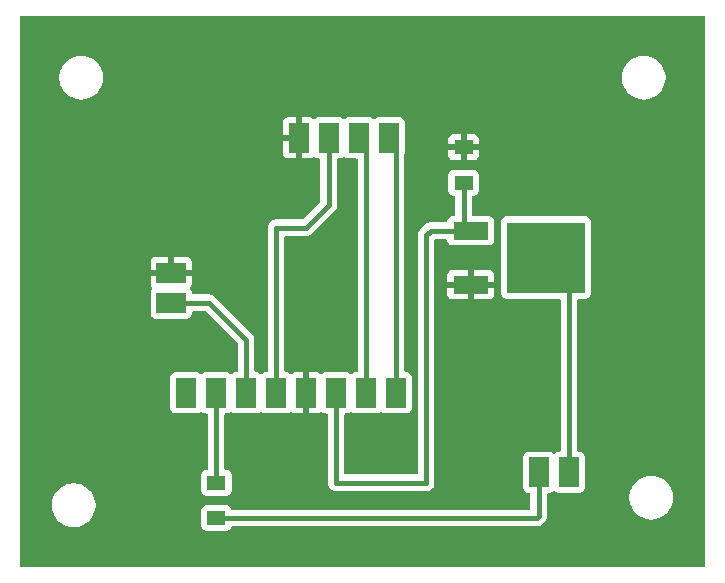
<source format=gbr>
%TF.GenerationSoftware,KiCad,Pcbnew,9.0.5*%
%TF.CreationDate,2025-12-10T20:41:00-05:00*%
%TF.ProjectId,lid_board,6c69645f-626f-4617-9264-2e6b69636164,rev?*%
%TF.SameCoordinates,Original*%
%TF.FileFunction,Copper,L1,Top*%
%TF.FilePolarity,Positive*%
%FSLAX46Y46*%
G04 Gerber Fmt 4.6, Leading zero omitted, Abs format (unit mm)*
G04 Created by KiCad (PCBNEW 9.0.5) date 2025-12-10 20:41:00*
%MOMM*%
%LPD*%
G01*
G04 APERTURE LIST*
%TA.AperFunction,SMDPad,CuDef*%
%ADD10R,1.700000X2.500000*%
%TD*%
%TA.AperFunction,SMDPad,CuDef*%
%ADD11R,2.500000X1.700000*%
%TD*%
%TA.AperFunction,SMDPad,CuDef*%
%ADD12R,3.000000X1.500000*%
%TD*%
%TA.AperFunction,SMDPad,CuDef*%
%ADD13R,6.600000X6.000000*%
%TD*%
%TA.AperFunction,SMDPad,CuDef*%
%ADD14R,1.600000X1.200000*%
%TD*%
%TA.AperFunction,Conductor*%
%ADD15C,0.400000*%
%TD*%
G04 APERTURE END LIST*
D10*
%TO.P,J2,1,Pin_1*%
%TO.N,/Gnd*%
X134620000Y-88265000D03*
%TO.P,J2,2,Pin_2*%
%TO.N,PWR_3V3*%
X137160000Y-88265000D03*
%TO.P,J2,3,Pin_3*%
%TO.N,/OLED_SCL*%
X139700000Y-88265000D03*
%TO.P,J2,4,Pin_4*%
%TO.N,/OLED_SDA*%
X142240000Y-88265000D03*
%TD*%
%TO.P,LS1,1,1*%
%TO.N,/5V*%
X154960000Y-116600000D03*
%TO.P,LS1,2,2*%
%TO.N,Net-(Q1-D)*%
X157500000Y-116600000D03*
%TD*%
%TO.P,J1,1,Pin_1*%
%TO.N,/OLED_SDA*%
X142875000Y-109855000D03*
%TO.P,J1,2,Pin_2*%
%TO.N,/OLED_SCL*%
X140335000Y-109855000D03*
%TO.P,J1,3,Pin_3*%
%TO.N,/BUZZ_SIG*%
X137795000Y-109855000D03*
%TO.P,J1,4,Pin_4*%
%TO.N,/Gnd*%
X135255000Y-109855000D03*
%TO.P,J1,5,Pin_5*%
%TO.N,PWR_3V3*%
X132715000Y-109855000D03*
%TO.P,J1,6,Pin_6*%
%TO.N,/LED_PWR*%
X130175000Y-109855000D03*
%TO.P,J1,7,Pin_7*%
%TO.N,/5V*%
X127635000Y-109855000D03*
%TO.P,J1,8,Pin_8*%
%TO.N,unconnected-(J1-Pin_8-Pad8)*%
X125095000Y-109855000D03*
%TD*%
D11*
%TO.P,J3,1,Pin_1*%
%TO.N,/LED_PWR*%
X123825000Y-102235000D03*
%TO.P,J3,2,Pin_2*%
%TO.N,/Gnd*%
X123825000Y-99695000D03*
%TD*%
D12*
%TO.P,Q1,1,G*%
%TO.N,/BUZZ_SIG*%
X149175000Y-96145000D03*
D13*
%TO.P,Q1,2,D*%
%TO.N,Net-(Q1-D)*%
X155575000Y-98425000D03*
D12*
%TO.P,Q1,3,S*%
%TO.N,/Gnd*%
X149175000Y-100705000D03*
%TD*%
D14*
%TO.P,R1,1*%
%TO.N,/BUZZ_SIG*%
X148590000Y-92075000D03*
%TO.P,R1,2*%
%TO.N,/Gnd*%
X148589998Y-89075000D03*
%TD*%
%TO.P,R2,1*%
%TO.N,/5V*%
X127635000Y-120475000D03*
%TO.P,R2,2*%
X127635000Y-117475000D03*
%TD*%
D15*
%TO.N,/5V*%
X154940000Y-116620000D02*
X154960000Y-116600000D01*
X154940000Y-120300000D02*
X154940000Y-116620000D01*
X127635000Y-117475000D02*
X127635000Y-109855000D01*
X154765000Y-120475000D02*
X154940000Y-120300000D01*
X127635000Y-120475000D02*
X154765000Y-120475000D01*
%TO.N,/BUZZ_SIG*%
X137795000Y-109855000D02*
X137795000Y-117475000D01*
X148590000Y-95560000D02*
X149175000Y-96145000D01*
X145790000Y-96145000D02*
X149175000Y-96145000D01*
X137795000Y-117475000D02*
X145415000Y-117475000D01*
X145415000Y-96520000D02*
X145790000Y-96145000D01*
X145415000Y-117475000D02*
X145415000Y-96520000D01*
X148590000Y-92075000D02*
X148590000Y-95560000D01*
X149175000Y-96145000D02*
X149175000Y-95935000D01*
%TO.N,/OLED_SCL*%
X140335000Y-109855000D02*
X140335000Y-88900000D01*
X140335000Y-88900000D02*
X139700000Y-88265000D01*
%TO.N,/LED_PWR*%
X127000000Y-102235000D02*
X130175000Y-105410000D01*
X123825000Y-102235000D02*
X127000000Y-102235000D01*
X130175000Y-105410000D02*
X130175000Y-109855000D01*
%TO.N,/OLED_SDA*%
X142875000Y-88900000D02*
X142240000Y-88265000D01*
X142875000Y-109855000D02*
X142875000Y-88900000D01*
%TO.N,PWR_3V3*%
X132715000Y-109855000D02*
X132715000Y-95885000D01*
X132715000Y-95885000D02*
X135255000Y-95885000D01*
X135255000Y-95885000D02*
X137160000Y-93980000D01*
X137160000Y-93980000D02*
X137160000Y-88265000D01*
%TO.N,/Gnd*%
X145415000Y-80645000D02*
X148589998Y-83819998D01*
X123825000Y-99695000D02*
X127000000Y-99695000D01*
X127000000Y-99695000D02*
X127000000Y-93980000D01*
X123825000Y-99695000D02*
X116271000Y-99695000D01*
X134620000Y-92075000D02*
X134620000Y-88265000D01*
X127000000Y-93980000D02*
X128905000Y-92075000D01*
X121285000Y-118745000D02*
X135255000Y-118745000D01*
X148589998Y-83819998D02*
X148589998Y-89075000D01*
X133985000Y-88265000D02*
X134620000Y-88265000D01*
X135255000Y-109855000D02*
X135255000Y-118745000D01*
X135255000Y-118745000D02*
X146685000Y-118745000D01*
X146685000Y-118745000D02*
X146685000Y-100705000D01*
X116271000Y-99695000D02*
X116271000Y-113731000D01*
X134620000Y-80645000D02*
X145415000Y-80645000D01*
X146685000Y-100705000D02*
X149175000Y-100705000D01*
X134620000Y-88265000D02*
X134620000Y-80645000D01*
X116271000Y-113731000D02*
X121285000Y-118745000D01*
X128905000Y-92075000D02*
X134620000Y-92075000D01*
%TO.N,Net-(Q1-D)*%
X157500000Y-116600000D02*
X157500000Y-100350000D01*
X157500000Y-100350000D02*
X155575000Y-98425000D01*
%TD*%
%TA.AperFunction,Conductor*%
%TO.N,/Gnd*%
G36*
X168987539Y-77990185D02*
G01*
X169033294Y-78042989D01*
X169044500Y-78094500D01*
X169044500Y-124470500D01*
X169024815Y-124537539D01*
X168972011Y-124583294D01*
X168920500Y-124594500D01*
X111114500Y-124594500D01*
X111047461Y-124574815D01*
X111001706Y-124522011D01*
X110990500Y-124470500D01*
X110990500Y-119258711D01*
X113719500Y-119258711D01*
X113719500Y-119501288D01*
X113744848Y-119693833D01*
X113751162Y-119741789D01*
X113764539Y-119791711D01*
X113813947Y-119976104D01*
X113881529Y-120139260D01*
X113906776Y-120200212D01*
X114028064Y-120410289D01*
X114028066Y-120410292D01*
X114028067Y-120410293D01*
X114175733Y-120602736D01*
X114175739Y-120602743D01*
X114347256Y-120774260D01*
X114347262Y-120774265D01*
X114539711Y-120921936D01*
X114749788Y-121043224D01*
X114973900Y-121136054D01*
X115208211Y-121198838D01*
X115388586Y-121222584D01*
X115448711Y-121230500D01*
X115448712Y-121230500D01*
X115691289Y-121230500D01*
X115739388Y-121224167D01*
X115931789Y-121198838D01*
X116166100Y-121136054D01*
X116390212Y-121043224D01*
X116600289Y-120921936D01*
X116792738Y-120774265D01*
X116964265Y-120602738D01*
X117111936Y-120410289D01*
X117233224Y-120200212D01*
X117326054Y-119976100D01*
X117365969Y-119827135D01*
X126334500Y-119827135D01*
X126334500Y-121122870D01*
X126334501Y-121122876D01*
X126340908Y-121182483D01*
X126391202Y-121317328D01*
X126391206Y-121317335D01*
X126477452Y-121432544D01*
X126477455Y-121432547D01*
X126592664Y-121518793D01*
X126592671Y-121518797D01*
X126727517Y-121569091D01*
X126727516Y-121569091D01*
X126734444Y-121569835D01*
X126787127Y-121575500D01*
X128482872Y-121575499D01*
X128542483Y-121569091D01*
X128677331Y-121518796D01*
X128792546Y-121432546D01*
X128878796Y-121317331D01*
X128901609Y-121256167D01*
X128943480Y-121200233D01*
X129008944Y-121175816D01*
X129017791Y-121175500D01*
X154833996Y-121175500D01*
X154925040Y-121157389D01*
X154969328Y-121148580D01*
X155033069Y-121122177D01*
X155096807Y-121095777D01*
X155096808Y-121095776D01*
X155096811Y-121095775D01*
X155211543Y-121019114D01*
X155484113Y-120746543D01*
X155560774Y-120631812D01*
X155560775Y-120631811D01*
X155613580Y-120504328D01*
X155632696Y-120408226D01*
X155640500Y-120368995D01*
X155640500Y-118623711D01*
X162614500Y-118623711D01*
X162614500Y-118866288D01*
X162646161Y-119106785D01*
X162708947Y-119341104D01*
X162725435Y-119380909D01*
X162801776Y-119565212D01*
X162923064Y-119775289D01*
X162923066Y-119775292D01*
X162923067Y-119775293D01*
X163070733Y-119967736D01*
X163070739Y-119967743D01*
X163242256Y-120139260D01*
X163242262Y-120139265D01*
X163434711Y-120286936D01*
X163644788Y-120408224D01*
X163868900Y-120501054D01*
X164103211Y-120563838D01*
X164283586Y-120587584D01*
X164343711Y-120595500D01*
X164343712Y-120595500D01*
X164586289Y-120595500D01*
X164634388Y-120589167D01*
X164826789Y-120563838D01*
X165061100Y-120501054D01*
X165285212Y-120408224D01*
X165495289Y-120286936D01*
X165687738Y-120139265D01*
X165859265Y-119967738D01*
X166006936Y-119775289D01*
X166128224Y-119565212D01*
X166221054Y-119341100D01*
X166283838Y-119106789D01*
X166315500Y-118866288D01*
X166315500Y-118623712D01*
X166283838Y-118383211D01*
X166221054Y-118148900D01*
X166220921Y-118148580D01*
X166167294Y-118019111D01*
X166128224Y-117924788D01*
X166006936Y-117714711D01*
X165946018Y-117635321D01*
X165859266Y-117522263D01*
X165859260Y-117522256D01*
X165687743Y-117350739D01*
X165687736Y-117350733D01*
X165495293Y-117203067D01*
X165495292Y-117203066D01*
X165495289Y-117203064D01*
X165285212Y-117081776D01*
X165285205Y-117081773D01*
X165061104Y-116988947D01*
X164826785Y-116926161D01*
X164586289Y-116894500D01*
X164586288Y-116894500D01*
X164343712Y-116894500D01*
X164343711Y-116894500D01*
X164103214Y-116926161D01*
X163868895Y-116988947D01*
X163644794Y-117081773D01*
X163644785Y-117081777D01*
X163434706Y-117203067D01*
X163242263Y-117350733D01*
X163242256Y-117350739D01*
X163070739Y-117522256D01*
X163070733Y-117522263D01*
X162923067Y-117714706D01*
X162801777Y-117924785D01*
X162801773Y-117924794D01*
X162708947Y-118148895D01*
X162646161Y-118383214D01*
X162614500Y-118623711D01*
X155640500Y-118623711D01*
X155640500Y-118474499D01*
X155660185Y-118407460D01*
X155712989Y-118361705D01*
X155764500Y-118350499D01*
X155857871Y-118350499D01*
X155857872Y-118350499D01*
X155917483Y-118344091D01*
X156052331Y-118293796D01*
X156155690Y-118216421D01*
X156221152Y-118192004D01*
X156289425Y-118206855D01*
X156304303Y-118216416D01*
X156407665Y-118293793D01*
X156407668Y-118293795D01*
X156407671Y-118293797D01*
X156542517Y-118344091D01*
X156542516Y-118344091D01*
X156549444Y-118344835D01*
X156602127Y-118350500D01*
X158397872Y-118350499D01*
X158457483Y-118344091D01*
X158592331Y-118293796D01*
X158707546Y-118207546D01*
X158793796Y-118092331D01*
X158844091Y-117957483D01*
X158850500Y-117897873D01*
X158850499Y-115302128D01*
X158844091Y-115242517D01*
X158793796Y-115107669D01*
X158793795Y-115107668D01*
X158793793Y-115107664D01*
X158707547Y-114992455D01*
X158707544Y-114992452D01*
X158592335Y-114906206D01*
X158592328Y-114906202D01*
X158457482Y-114855908D01*
X158457483Y-114855908D01*
X158397883Y-114849501D01*
X158397881Y-114849500D01*
X158397873Y-114849500D01*
X158397865Y-114849500D01*
X158324500Y-114849500D01*
X158257461Y-114829815D01*
X158211706Y-114777011D01*
X158200500Y-114725500D01*
X158200500Y-102049499D01*
X158220185Y-101982460D01*
X158272989Y-101936705D01*
X158324500Y-101925499D01*
X158922871Y-101925499D01*
X158922872Y-101925499D01*
X158982483Y-101919091D01*
X159117331Y-101868796D01*
X159232546Y-101782546D01*
X159318796Y-101667331D01*
X159369091Y-101532483D01*
X159375500Y-101472873D01*
X159375499Y-95377128D01*
X159369091Y-95317517D01*
X159357901Y-95287516D01*
X159318797Y-95182671D01*
X159318793Y-95182664D01*
X159232547Y-95067455D01*
X159232544Y-95067452D01*
X159117335Y-94981206D01*
X159117328Y-94981202D01*
X158982482Y-94930908D01*
X158982483Y-94930908D01*
X158922883Y-94924501D01*
X158922881Y-94924500D01*
X158922873Y-94924500D01*
X158922864Y-94924500D01*
X152227129Y-94924500D01*
X152227123Y-94924501D01*
X152167516Y-94930908D01*
X152032671Y-94981202D01*
X152032664Y-94981206D01*
X151917455Y-95067452D01*
X151917452Y-95067455D01*
X151831206Y-95182664D01*
X151831202Y-95182671D01*
X151780908Y-95317517D01*
X151777725Y-95347127D01*
X151774501Y-95377123D01*
X151774500Y-95377135D01*
X151774500Y-101472870D01*
X151774501Y-101472876D01*
X151780908Y-101532483D01*
X151831202Y-101667328D01*
X151831206Y-101667335D01*
X151917452Y-101782544D01*
X151917455Y-101782547D01*
X152032664Y-101868793D01*
X152032671Y-101868797D01*
X152167517Y-101919091D01*
X152167516Y-101919091D01*
X152174444Y-101919835D01*
X152227127Y-101925500D01*
X156675500Y-101925499D01*
X156742539Y-101945184D01*
X156788294Y-101997988D01*
X156799500Y-102049499D01*
X156799500Y-114725500D01*
X156779815Y-114792539D01*
X156727011Y-114838294D01*
X156675502Y-114849500D01*
X156602130Y-114849500D01*
X156602123Y-114849501D01*
X156542516Y-114855908D01*
X156407671Y-114906202D01*
X156407669Y-114906203D01*
X156304311Y-114983578D01*
X156238847Y-115007995D01*
X156170574Y-114993144D01*
X156155689Y-114983578D01*
X156052330Y-114906203D01*
X156052328Y-114906202D01*
X155917482Y-114855908D01*
X155917483Y-114855908D01*
X155857883Y-114849501D01*
X155857881Y-114849500D01*
X155857873Y-114849500D01*
X155857864Y-114849500D01*
X154062129Y-114849500D01*
X154062123Y-114849501D01*
X154002516Y-114855908D01*
X153867671Y-114906202D01*
X153867664Y-114906206D01*
X153752455Y-114992452D01*
X153752452Y-114992455D01*
X153666206Y-115107664D01*
X153666202Y-115107671D01*
X153615908Y-115242517D01*
X153609501Y-115302116D01*
X153609501Y-115302123D01*
X153609500Y-115302135D01*
X153609500Y-117897870D01*
X153609501Y-117897876D01*
X153615908Y-117957483D01*
X153666202Y-118092328D01*
X153666206Y-118092335D01*
X153752452Y-118207544D01*
X153752455Y-118207547D01*
X153867664Y-118293793D01*
X153867671Y-118293797D01*
X153912618Y-118310561D01*
X154002517Y-118344091D01*
X154062127Y-118350500D01*
X154115500Y-118350499D01*
X154182538Y-118370182D01*
X154228293Y-118422986D01*
X154239500Y-118474499D01*
X154239500Y-119650500D01*
X154219815Y-119717539D01*
X154167011Y-119763294D01*
X154115500Y-119774500D01*
X129017791Y-119774500D01*
X128950752Y-119754815D01*
X128904997Y-119702011D01*
X128901609Y-119693833D01*
X128878797Y-119632671D01*
X128878793Y-119632664D01*
X128792547Y-119517455D01*
X128792544Y-119517452D01*
X128677335Y-119431206D01*
X128677328Y-119431202D01*
X128542482Y-119380908D01*
X128542483Y-119380908D01*
X128482883Y-119374501D01*
X128482881Y-119374500D01*
X128482873Y-119374500D01*
X128482864Y-119374500D01*
X126787129Y-119374500D01*
X126787123Y-119374501D01*
X126727516Y-119380908D01*
X126592671Y-119431202D01*
X126592664Y-119431206D01*
X126477455Y-119517452D01*
X126477452Y-119517455D01*
X126391206Y-119632664D01*
X126391202Y-119632671D01*
X126340908Y-119767517D01*
X126334501Y-119827116D01*
X126334500Y-119827135D01*
X117365969Y-119827135D01*
X117388838Y-119741789D01*
X117420500Y-119501288D01*
X117420500Y-119258712D01*
X117388838Y-119018211D01*
X117326054Y-118783900D01*
X117233224Y-118559788D01*
X117111936Y-118349711D01*
X117002319Y-118206855D01*
X116964266Y-118157263D01*
X116964260Y-118157256D01*
X116792743Y-117985739D01*
X116792736Y-117985733D01*
X116600293Y-117838067D01*
X116600292Y-117838066D01*
X116600289Y-117838064D01*
X116390212Y-117716776D01*
X116385215Y-117714706D01*
X116166104Y-117623947D01*
X115931785Y-117561161D01*
X115691289Y-117529500D01*
X115691288Y-117529500D01*
X115448712Y-117529500D01*
X115448711Y-117529500D01*
X115208214Y-117561161D01*
X114973895Y-117623947D01*
X114749794Y-117716773D01*
X114749785Y-117716777D01*
X114539706Y-117838067D01*
X114347263Y-117985733D01*
X114347256Y-117985739D01*
X114175739Y-118157256D01*
X114175733Y-118157263D01*
X114028067Y-118349706D01*
X114028064Y-118349710D01*
X114028064Y-118349711D01*
X114021139Y-118361705D01*
X113906777Y-118559785D01*
X113906773Y-118559794D01*
X113813947Y-118783895D01*
X113751161Y-119018214D01*
X113719500Y-119258711D01*
X110990500Y-119258711D01*
X110990500Y-101337135D01*
X122074500Y-101337135D01*
X122074500Y-103132870D01*
X122074501Y-103132876D01*
X122080908Y-103192483D01*
X122131202Y-103327328D01*
X122131206Y-103327335D01*
X122217452Y-103442544D01*
X122217455Y-103442547D01*
X122332664Y-103528793D01*
X122332671Y-103528797D01*
X122467517Y-103579091D01*
X122467516Y-103579091D01*
X122474444Y-103579835D01*
X122527127Y-103585500D01*
X125122872Y-103585499D01*
X125182483Y-103579091D01*
X125317331Y-103528796D01*
X125432546Y-103442546D01*
X125518796Y-103327331D01*
X125569091Y-103192483D01*
X125575500Y-103132873D01*
X125575500Y-103059500D01*
X125595185Y-102992461D01*
X125647989Y-102946706D01*
X125699500Y-102935500D01*
X126658481Y-102935500D01*
X126725520Y-102955185D01*
X126746162Y-102971819D01*
X129438181Y-105663838D01*
X129471666Y-105725161D01*
X129474500Y-105751519D01*
X129474500Y-107980500D01*
X129454815Y-108047539D01*
X129402011Y-108093294D01*
X129350502Y-108104500D01*
X129277130Y-108104500D01*
X129277123Y-108104501D01*
X129217516Y-108110908D01*
X129082671Y-108161202D01*
X129082669Y-108161203D01*
X128979311Y-108238578D01*
X128913847Y-108262995D01*
X128845574Y-108248144D01*
X128830689Y-108238578D01*
X128727330Y-108161203D01*
X128727328Y-108161202D01*
X128592482Y-108110908D01*
X128592483Y-108110908D01*
X128532883Y-108104501D01*
X128532881Y-108104500D01*
X128532873Y-108104500D01*
X128532864Y-108104500D01*
X126737129Y-108104500D01*
X126737123Y-108104501D01*
X126677516Y-108110908D01*
X126542671Y-108161202D01*
X126542669Y-108161203D01*
X126439311Y-108238578D01*
X126373847Y-108262995D01*
X126305574Y-108248144D01*
X126290689Y-108238578D01*
X126187330Y-108161203D01*
X126187328Y-108161202D01*
X126052482Y-108110908D01*
X126052483Y-108110908D01*
X125992883Y-108104501D01*
X125992881Y-108104500D01*
X125992873Y-108104500D01*
X125992864Y-108104500D01*
X124197129Y-108104500D01*
X124197123Y-108104501D01*
X124137516Y-108110908D01*
X124002671Y-108161202D01*
X124002664Y-108161206D01*
X123887455Y-108247452D01*
X123887452Y-108247455D01*
X123801206Y-108362664D01*
X123801202Y-108362671D01*
X123750908Y-108497517D01*
X123744501Y-108557116D01*
X123744501Y-108557123D01*
X123744500Y-108557135D01*
X123744500Y-111152870D01*
X123744501Y-111152876D01*
X123750908Y-111212483D01*
X123801202Y-111347328D01*
X123801206Y-111347335D01*
X123887452Y-111462544D01*
X123887455Y-111462547D01*
X124002664Y-111548793D01*
X124002671Y-111548797D01*
X124137517Y-111599091D01*
X124137516Y-111599091D01*
X124144444Y-111599835D01*
X124197127Y-111605500D01*
X125992872Y-111605499D01*
X126052483Y-111599091D01*
X126187331Y-111548796D01*
X126290690Y-111471421D01*
X126356152Y-111447004D01*
X126424425Y-111461855D01*
X126439303Y-111471416D01*
X126542076Y-111548352D01*
X126542668Y-111548795D01*
X126542671Y-111548797D01*
X126587618Y-111565561D01*
X126677517Y-111599091D01*
X126737127Y-111605500D01*
X126810500Y-111605499D01*
X126877538Y-111625183D01*
X126923294Y-111677986D01*
X126934500Y-111729499D01*
X126934500Y-116250500D01*
X126914815Y-116317539D01*
X126862011Y-116363294D01*
X126810505Y-116374500D01*
X126787132Y-116374500D01*
X126787123Y-116374501D01*
X126727516Y-116380908D01*
X126592671Y-116431202D01*
X126592664Y-116431206D01*
X126477455Y-116517452D01*
X126477452Y-116517455D01*
X126391206Y-116632664D01*
X126391202Y-116632671D01*
X126340908Y-116767517D01*
X126334501Y-116827116D01*
X126334501Y-116827123D01*
X126334500Y-116827135D01*
X126334500Y-118122870D01*
X126334501Y-118122876D01*
X126340908Y-118182483D01*
X126391202Y-118317328D01*
X126391206Y-118317335D01*
X126477452Y-118432544D01*
X126477455Y-118432547D01*
X126592664Y-118518793D01*
X126592671Y-118518797D01*
X126727517Y-118569091D01*
X126727516Y-118569091D01*
X126734444Y-118569835D01*
X126787127Y-118575500D01*
X128482872Y-118575499D01*
X128542483Y-118569091D01*
X128677331Y-118518796D01*
X128792546Y-118432546D01*
X128878796Y-118317331D01*
X128929091Y-118182483D01*
X128935500Y-118122873D01*
X128935499Y-116827128D01*
X128929091Y-116767517D01*
X128924353Y-116754815D01*
X128878797Y-116632671D01*
X128878793Y-116632664D01*
X128792547Y-116517455D01*
X128792544Y-116517452D01*
X128677335Y-116431206D01*
X128677328Y-116431202D01*
X128542482Y-116380908D01*
X128542483Y-116380908D01*
X128482883Y-116374501D01*
X128482881Y-116374500D01*
X128482873Y-116374500D01*
X128482865Y-116374500D01*
X128459500Y-116374500D01*
X128392461Y-116354815D01*
X128346706Y-116302011D01*
X128335500Y-116250500D01*
X128335500Y-111729499D01*
X128355185Y-111662460D01*
X128407989Y-111616705D01*
X128459500Y-111605499D01*
X128532871Y-111605499D01*
X128532872Y-111605499D01*
X128592483Y-111599091D01*
X128727331Y-111548796D01*
X128830690Y-111471421D01*
X128896152Y-111447004D01*
X128964425Y-111461855D01*
X128979303Y-111471416D01*
X129082076Y-111548352D01*
X129082668Y-111548795D01*
X129082671Y-111548797D01*
X129217517Y-111599091D01*
X129217516Y-111599091D01*
X129224444Y-111599835D01*
X129277127Y-111605500D01*
X131072872Y-111605499D01*
X131132483Y-111599091D01*
X131267331Y-111548796D01*
X131370690Y-111471421D01*
X131436152Y-111447004D01*
X131504425Y-111461855D01*
X131519303Y-111471416D01*
X131622076Y-111548352D01*
X131622668Y-111548795D01*
X131622671Y-111548797D01*
X131757517Y-111599091D01*
X131757516Y-111599091D01*
X131764444Y-111599835D01*
X131817127Y-111605500D01*
X133612872Y-111605499D01*
X133672483Y-111599091D01*
X133807331Y-111548796D01*
X133911106Y-111471109D01*
X133976570Y-111446692D01*
X134044843Y-111461543D01*
X134059729Y-111471110D01*
X134162910Y-111548352D01*
X134162913Y-111548354D01*
X134297620Y-111598596D01*
X134297627Y-111598598D01*
X134357155Y-111604999D01*
X134357172Y-111605000D01*
X135005000Y-111605000D01*
X135005000Y-108105000D01*
X134357155Y-108105000D01*
X134297627Y-108111401D01*
X134297620Y-108111403D01*
X134162913Y-108161645D01*
X134162910Y-108161647D01*
X134059727Y-108238890D01*
X133994262Y-108263307D01*
X133925989Y-108248455D01*
X133911105Y-108238889D01*
X133807335Y-108161206D01*
X133807328Y-108161202D01*
X133672482Y-108110908D01*
X133672483Y-108110908D01*
X133612883Y-108104501D01*
X133612881Y-108104500D01*
X133612873Y-108104500D01*
X133612865Y-108104500D01*
X133539500Y-108104500D01*
X133472461Y-108084815D01*
X133426706Y-108032011D01*
X133415500Y-107980500D01*
X133415500Y-96709500D01*
X133435185Y-96642461D01*
X133487989Y-96596706D01*
X133539500Y-96585500D01*
X135323996Y-96585500D01*
X135415040Y-96567389D01*
X135459328Y-96558580D01*
X135523069Y-96532177D01*
X135586807Y-96505777D01*
X135586808Y-96505776D01*
X135586811Y-96505775D01*
X135701543Y-96429114D01*
X137704114Y-94426543D01*
X137780775Y-94311811D01*
X137833580Y-94184328D01*
X137860500Y-94048994D01*
X137860500Y-93911006D01*
X137860500Y-90139499D01*
X137880185Y-90072460D01*
X137932989Y-90026705D01*
X137984500Y-90015499D01*
X138057871Y-90015499D01*
X138057872Y-90015499D01*
X138117483Y-90009091D01*
X138252331Y-89958796D01*
X138355690Y-89881421D01*
X138421152Y-89857004D01*
X138489425Y-89871855D01*
X138504303Y-89881416D01*
X138607076Y-89958352D01*
X138607668Y-89958795D01*
X138607671Y-89958797D01*
X138742517Y-90009091D01*
X138742516Y-90009091D01*
X138749444Y-90009835D01*
X138802127Y-90015500D01*
X139510500Y-90015499D01*
X139577539Y-90035183D01*
X139623294Y-90087987D01*
X139634500Y-90139499D01*
X139634500Y-107980500D01*
X139614815Y-108047539D01*
X139562011Y-108093294D01*
X139510502Y-108104500D01*
X139437130Y-108104500D01*
X139437123Y-108104501D01*
X139377516Y-108110908D01*
X139242671Y-108161202D01*
X139242669Y-108161203D01*
X139139311Y-108238578D01*
X139073847Y-108262995D01*
X139005574Y-108248144D01*
X138990689Y-108238578D01*
X138887330Y-108161203D01*
X138887328Y-108161202D01*
X138752482Y-108110908D01*
X138752483Y-108110908D01*
X138692883Y-108104501D01*
X138692881Y-108104500D01*
X138692873Y-108104500D01*
X138692864Y-108104500D01*
X136897129Y-108104500D01*
X136897123Y-108104501D01*
X136837516Y-108110908D01*
X136702671Y-108161202D01*
X136702669Y-108161204D01*
X136598894Y-108238890D01*
X136533430Y-108263307D01*
X136465157Y-108248456D01*
X136450272Y-108238890D01*
X136347088Y-108161646D01*
X136347086Y-108161645D01*
X136212379Y-108111403D01*
X136212372Y-108111401D01*
X136152844Y-108105000D01*
X135505000Y-108105000D01*
X135505000Y-111605000D01*
X136152828Y-111605000D01*
X136152844Y-111604999D01*
X136212372Y-111598598D01*
X136212379Y-111598596D01*
X136347086Y-111548354D01*
X136347089Y-111548352D01*
X136450271Y-111471110D01*
X136515735Y-111446692D01*
X136584008Y-111461543D01*
X136598888Y-111471105D01*
X136702076Y-111548352D01*
X136702668Y-111548795D01*
X136702671Y-111548797D01*
X136747618Y-111565561D01*
X136837517Y-111599091D01*
X136897127Y-111605500D01*
X136970500Y-111605499D01*
X137037538Y-111625183D01*
X137083294Y-111677986D01*
X137094500Y-111729499D01*
X137094500Y-117406007D01*
X137094500Y-117543993D01*
X137094500Y-117543995D01*
X137094499Y-117543995D01*
X137121418Y-117679322D01*
X137121421Y-117679332D01*
X137174221Y-117806804D01*
X137174228Y-117806817D01*
X137250885Y-117921541D01*
X137250888Y-117921545D01*
X137348454Y-118019111D01*
X137348458Y-118019114D01*
X137463182Y-118095771D01*
X137463195Y-118095778D01*
X137531615Y-118124118D01*
X137590672Y-118148580D01*
X137590676Y-118148580D01*
X137590677Y-118148581D01*
X137726004Y-118175500D01*
X137726007Y-118175500D01*
X145483995Y-118175500D01*
X145575711Y-118157256D01*
X145619328Y-118148580D01*
X145746811Y-118095775D01*
X145861542Y-118019114D01*
X145959114Y-117921542D01*
X146035775Y-117806811D01*
X146088580Y-117679328D01*
X146115500Y-117543993D01*
X146115500Y-101502844D01*
X147175000Y-101502844D01*
X147181401Y-101562372D01*
X147181403Y-101562379D01*
X147231645Y-101697086D01*
X147231649Y-101697093D01*
X147317809Y-101812187D01*
X147317812Y-101812190D01*
X147432906Y-101898350D01*
X147432913Y-101898354D01*
X147567620Y-101948596D01*
X147567627Y-101948598D01*
X147627155Y-101954999D01*
X147627172Y-101955000D01*
X148925000Y-101955000D01*
X149425000Y-101955000D01*
X150722828Y-101955000D01*
X150722844Y-101954999D01*
X150782372Y-101948598D01*
X150782379Y-101948596D01*
X150917086Y-101898354D01*
X150917093Y-101898350D01*
X151032187Y-101812190D01*
X151032190Y-101812187D01*
X151118350Y-101697093D01*
X151118354Y-101697086D01*
X151168596Y-101562379D01*
X151168598Y-101562372D01*
X151174999Y-101502844D01*
X151175000Y-101502827D01*
X151175000Y-100955000D01*
X149425000Y-100955000D01*
X149425000Y-101955000D01*
X148925000Y-101955000D01*
X148925000Y-100955000D01*
X147175000Y-100955000D01*
X147175000Y-101502844D01*
X146115500Y-101502844D01*
X146115500Y-99907155D01*
X147175000Y-99907155D01*
X147175000Y-100455000D01*
X148925000Y-100455000D01*
X149425000Y-100455000D01*
X151175000Y-100455000D01*
X151175000Y-99907172D01*
X151174999Y-99907155D01*
X151168598Y-99847627D01*
X151168596Y-99847620D01*
X151118354Y-99712913D01*
X151118350Y-99712906D01*
X151032190Y-99597812D01*
X151032187Y-99597809D01*
X150917093Y-99511649D01*
X150917086Y-99511645D01*
X150782379Y-99461403D01*
X150782372Y-99461401D01*
X150722844Y-99455000D01*
X149425000Y-99455000D01*
X149425000Y-100455000D01*
X148925000Y-100455000D01*
X148925000Y-99455000D01*
X147627155Y-99455000D01*
X147567627Y-99461401D01*
X147567620Y-99461403D01*
X147432913Y-99511645D01*
X147432906Y-99511649D01*
X147317812Y-99597809D01*
X147317809Y-99597812D01*
X147231649Y-99712906D01*
X147231645Y-99712913D01*
X147181403Y-99847620D01*
X147181401Y-99847627D01*
X147175000Y-99907155D01*
X146115500Y-99907155D01*
X146115500Y-96969500D01*
X146135185Y-96902461D01*
X146187989Y-96856706D01*
X146239500Y-96845500D01*
X147052649Y-96845500D01*
X147119688Y-96865185D01*
X147165443Y-96917989D01*
X147175939Y-96956248D01*
X147180908Y-97002483D01*
X147231202Y-97137328D01*
X147231206Y-97137335D01*
X147317452Y-97252544D01*
X147317455Y-97252547D01*
X147432664Y-97338793D01*
X147432671Y-97338797D01*
X147567517Y-97389091D01*
X147567516Y-97389091D01*
X147574444Y-97389835D01*
X147627127Y-97395500D01*
X150722872Y-97395499D01*
X150782483Y-97389091D01*
X150917331Y-97338796D01*
X151032546Y-97252546D01*
X151118796Y-97137331D01*
X151169091Y-97002483D01*
X151175500Y-96942873D01*
X151175499Y-95347128D01*
X151169091Y-95287517D01*
X151160402Y-95264221D01*
X151118797Y-95152671D01*
X151118793Y-95152664D01*
X151032547Y-95037455D01*
X151032544Y-95037452D01*
X150917335Y-94951206D01*
X150917328Y-94951202D01*
X150782482Y-94900908D01*
X150782483Y-94900908D01*
X150722883Y-94894501D01*
X150722881Y-94894500D01*
X150722873Y-94894500D01*
X150722865Y-94894500D01*
X149414500Y-94894500D01*
X149347461Y-94874815D01*
X149301706Y-94822011D01*
X149290500Y-94770500D01*
X149290500Y-93299499D01*
X149310185Y-93232460D01*
X149362989Y-93186705D01*
X149414500Y-93175499D01*
X149437871Y-93175499D01*
X149437872Y-93175499D01*
X149497483Y-93169091D01*
X149632331Y-93118796D01*
X149747546Y-93032546D01*
X149833796Y-92917331D01*
X149884091Y-92782483D01*
X149890500Y-92722873D01*
X149890499Y-91427128D01*
X149884091Y-91367517D01*
X149833796Y-91232669D01*
X149833795Y-91232668D01*
X149833793Y-91232664D01*
X149747547Y-91117455D01*
X149747544Y-91117452D01*
X149632335Y-91031206D01*
X149632328Y-91031202D01*
X149497482Y-90980908D01*
X149497483Y-90980908D01*
X149437883Y-90974501D01*
X149437881Y-90974500D01*
X149437873Y-90974500D01*
X149437864Y-90974500D01*
X147742129Y-90974500D01*
X147742123Y-90974501D01*
X147682516Y-90980908D01*
X147547671Y-91031202D01*
X147547664Y-91031206D01*
X147432455Y-91117452D01*
X147432452Y-91117455D01*
X147346206Y-91232664D01*
X147346202Y-91232671D01*
X147295908Y-91367517D01*
X147289501Y-91427116D01*
X147289501Y-91427123D01*
X147289500Y-91427135D01*
X147289500Y-92722870D01*
X147289501Y-92722876D01*
X147295908Y-92782483D01*
X147346202Y-92917328D01*
X147346206Y-92917335D01*
X147432452Y-93032544D01*
X147432455Y-93032547D01*
X147547664Y-93118793D01*
X147547671Y-93118797D01*
X147592618Y-93135561D01*
X147682517Y-93169091D01*
X147742127Y-93175500D01*
X147765497Y-93175499D01*
X147832536Y-93195181D01*
X147878292Y-93247983D01*
X147889500Y-93299499D01*
X147889500Y-94770500D01*
X147869815Y-94837539D01*
X147817011Y-94883294D01*
X147765501Y-94894500D01*
X147627130Y-94894500D01*
X147627123Y-94894501D01*
X147567516Y-94900908D01*
X147432671Y-94951202D01*
X147432664Y-94951206D01*
X147317455Y-95037452D01*
X147317452Y-95037455D01*
X147231206Y-95152664D01*
X147231202Y-95152671D01*
X147189596Y-95264225D01*
X147180909Y-95287517D01*
X147175937Y-95333757D01*
X147149201Y-95398306D01*
X147091809Y-95438154D01*
X147052649Y-95444500D01*
X145721004Y-95444500D01*
X145585677Y-95471418D01*
X145585667Y-95471421D01*
X145458192Y-95524222D01*
X145343454Y-95600887D01*
X144870887Y-96073454D01*
X144850402Y-96104114D01*
X144794228Y-96188182D01*
X144794221Y-96188195D01*
X144741421Y-96315667D01*
X144741418Y-96315677D01*
X144714500Y-96451004D01*
X144714500Y-116650500D01*
X144694815Y-116717539D01*
X144642011Y-116763294D01*
X144590500Y-116774500D01*
X138619500Y-116774500D01*
X138552461Y-116754815D01*
X138506706Y-116702011D01*
X138495500Y-116650500D01*
X138495500Y-111729499D01*
X138515185Y-111662460D01*
X138567989Y-111616705D01*
X138619500Y-111605499D01*
X138692871Y-111605499D01*
X138692872Y-111605499D01*
X138752483Y-111599091D01*
X138887331Y-111548796D01*
X138990690Y-111471421D01*
X139056152Y-111447004D01*
X139124425Y-111461855D01*
X139139303Y-111471416D01*
X139242076Y-111548352D01*
X139242668Y-111548795D01*
X139242671Y-111548797D01*
X139377517Y-111599091D01*
X139377516Y-111599091D01*
X139384444Y-111599835D01*
X139437127Y-111605500D01*
X141232872Y-111605499D01*
X141292483Y-111599091D01*
X141427331Y-111548796D01*
X141530690Y-111471421D01*
X141596152Y-111447004D01*
X141664425Y-111461855D01*
X141679303Y-111471416D01*
X141782076Y-111548352D01*
X141782668Y-111548795D01*
X141782671Y-111548797D01*
X141917517Y-111599091D01*
X141917516Y-111599091D01*
X141924444Y-111599835D01*
X141977127Y-111605500D01*
X143772872Y-111605499D01*
X143832483Y-111599091D01*
X143967331Y-111548796D01*
X144082546Y-111462546D01*
X144168796Y-111347331D01*
X144219091Y-111212483D01*
X144225500Y-111152873D01*
X144225499Y-108557128D01*
X144219091Y-108497517D01*
X144168796Y-108362669D01*
X144168795Y-108362668D01*
X144168793Y-108362664D01*
X144082547Y-108247455D01*
X144082544Y-108247452D01*
X143967335Y-108161206D01*
X143967328Y-108161202D01*
X143832482Y-108110908D01*
X143832483Y-108110908D01*
X143772883Y-108104501D01*
X143772881Y-108104500D01*
X143772873Y-108104500D01*
X143772865Y-108104500D01*
X143699500Y-108104500D01*
X143632461Y-108084815D01*
X143586706Y-108032011D01*
X143575500Y-107980500D01*
X143575500Y-89722844D01*
X147289998Y-89722844D01*
X147296399Y-89782372D01*
X147296401Y-89782379D01*
X147346643Y-89917086D01*
X147346647Y-89917093D01*
X147432807Y-90032187D01*
X147432810Y-90032190D01*
X147547904Y-90118350D01*
X147547911Y-90118354D01*
X147682618Y-90168596D01*
X147682625Y-90168598D01*
X147742153Y-90174999D01*
X147742170Y-90175000D01*
X148339998Y-90175000D01*
X148839998Y-90175000D01*
X149437826Y-90175000D01*
X149437842Y-90174999D01*
X149497370Y-90168598D01*
X149497377Y-90168596D01*
X149632084Y-90118354D01*
X149632091Y-90118350D01*
X149747185Y-90032190D01*
X149747188Y-90032187D01*
X149833348Y-89917093D01*
X149833352Y-89917086D01*
X149883594Y-89782379D01*
X149883596Y-89782372D01*
X149889997Y-89722844D01*
X149889998Y-89722827D01*
X149889998Y-89325000D01*
X148839998Y-89325000D01*
X148839998Y-90175000D01*
X148339998Y-90175000D01*
X148339998Y-89325000D01*
X147289998Y-89325000D01*
X147289998Y-89722844D01*
X143575500Y-89722844D01*
X143575500Y-89667887D01*
X143582329Y-89630036D01*
X143582307Y-89630031D01*
X143582406Y-89629612D01*
X143583319Y-89624552D01*
X143584091Y-89622483D01*
X143590500Y-89562873D01*
X143590499Y-88427155D01*
X147289998Y-88427155D01*
X147289998Y-88825000D01*
X148339998Y-88825000D01*
X148839998Y-88825000D01*
X149889998Y-88825000D01*
X149889998Y-88427172D01*
X149889997Y-88427155D01*
X149883596Y-88367627D01*
X149883594Y-88367620D01*
X149833352Y-88232913D01*
X149833348Y-88232906D01*
X149747188Y-88117812D01*
X149747185Y-88117809D01*
X149632091Y-88031649D01*
X149632084Y-88031645D01*
X149497377Y-87981403D01*
X149497370Y-87981401D01*
X149437842Y-87975000D01*
X148839998Y-87975000D01*
X148839998Y-88825000D01*
X148339998Y-88825000D01*
X148339998Y-87975000D01*
X147742153Y-87975000D01*
X147682625Y-87981401D01*
X147682618Y-87981403D01*
X147547911Y-88031645D01*
X147547904Y-88031649D01*
X147432810Y-88117809D01*
X147432807Y-88117812D01*
X147346647Y-88232906D01*
X147346643Y-88232913D01*
X147296401Y-88367620D01*
X147296399Y-88367627D01*
X147289998Y-88427155D01*
X143590499Y-88427155D01*
X143590499Y-88232913D01*
X143590499Y-86967129D01*
X143590498Y-86967123D01*
X143584091Y-86907516D01*
X143533797Y-86772671D01*
X143533793Y-86772664D01*
X143447547Y-86657455D01*
X143447544Y-86657452D01*
X143332335Y-86571206D01*
X143332328Y-86571202D01*
X143197482Y-86520908D01*
X143197483Y-86520908D01*
X143137883Y-86514501D01*
X143137881Y-86514500D01*
X143137873Y-86514500D01*
X143137864Y-86514500D01*
X141342129Y-86514500D01*
X141342123Y-86514501D01*
X141282516Y-86520908D01*
X141147671Y-86571202D01*
X141147669Y-86571203D01*
X141044311Y-86648578D01*
X140978847Y-86672995D01*
X140910574Y-86658144D01*
X140895689Y-86648578D01*
X140792330Y-86571203D01*
X140792328Y-86571202D01*
X140657482Y-86520908D01*
X140657483Y-86520908D01*
X140597883Y-86514501D01*
X140597881Y-86514500D01*
X140597873Y-86514500D01*
X140597864Y-86514500D01*
X138802129Y-86514500D01*
X138802123Y-86514501D01*
X138742516Y-86520908D01*
X138607671Y-86571202D01*
X138607669Y-86571203D01*
X138504311Y-86648578D01*
X138438847Y-86672995D01*
X138370574Y-86658144D01*
X138355689Y-86648578D01*
X138252330Y-86571203D01*
X138252328Y-86571202D01*
X138117482Y-86520908D01*
X138117483Y-86520908D01*
X138057883Y-86514501D01*
X138057881Y-86514500D01*
X138057873Y-86514500D01*
X138057864Y-86514500D01*
X136262129Y-86514500D01*
X136262123Y-86514501D01*
X136202516Y-86520908D01*
X136067671Y-86571202D01*
X136067669Y-86571204D01*
X135963894Y-86648890D01*
X135898430Y-86673307D01*
X135830157Y-86658456D01*
X135815272Y-86648890D01*
X135712088Y-86571646D01*
X135712086Y-86571645D01*
X135577379Y-86521403D01*
X135577372Y-86521401D01*
X135517844Y-86515000D01*
X134870000Y-86515000D01*
X134870000Y-90015000D01*
X135517828Y-90015000D01*
X135517844Y-90014999D01*
X135577372Y-90008598D01*
X135577379Y-90008596D01*
X135712086Y-89958354D01*
X135712089Y-89958352D01*
X135815271Y-89881110D01*
X135880735Y-89856692D01*
X135949008Y-89871543D01*
X135963888Y-89881105D01*
X136067076Y-89958352D01*
X136067668Y-89958795D01*
X136067671Y-89958797D01*
X136105256Y-89972815D01*
X136202517Y-90009091D01*
X136262127Y-90015500D01*
X136335500Y-90015499D01*
X136402538Y-90035183D01*
X136448294Y-90087986D01*
X136459500Y-90139499D01*
X136459500Y-93638481D01*
X136439815Y-93705520D01*
X136423181Y-93726162D01*
X135001162Y-95148181D01*
X134939839Y-95181666D01*
X134913481Y-95184500D01*
X132646005Y-95184500D01*
X132510677Y-95211418D01*
X132510667Y-95211421D01*
X132383195Y-95264221D01*
X132383182Y-95264228D01*
X132268458Y-95340885D01*
X132268454Y-95340888D01*
X132170888Y-95438454D01*
X132170885Y-95438458D01*
X132094228Y-95553182D01*
X132094221Y-95553195D01*
X132041421Y-95680667D01*
X132041418Y-95680677D01*
X132014500Y-95816004D01*
X132014500Y-107980500D01*
X131994815Y-108047539D01*
X131942011Y-108093294D01*
X131890502Y-108104500D01*
X131817130Y-108104500D01*
X131817123Y-108104501D01*
X131757516Y-108110908D01*
X131622671Y-108161202D01*
X131622669Y-108161203D01*
X131519311Y-108238578D01*
X131453847Y-108262995D01*
X131385574Y-108248144D01*
X131370689Y-108238578D01*
X131267330Y-108161203D01*
X131267328Y-108161202D01*
X131132482Y-108110908D01*
X131132483Y-108110908D01*
X131072883Y-108104501D01*
X131072881Y-108104500D01*
X131072873Y-108104500D01*
X131072865Y-108104500D01*
X130999500Y-108104500D01*
X130932461Y-108084815D01*
X130886706Y-108032011D01*
X130875500Y-107980500D01*
X130875500Y-105341004D01*
X130848581Y-105205677D01*
X130848580Y-105205676D01*
X130848580Y-105205672D01*
X130848578Y-105205667D01*
X130795777Y-105078192D01*
X130719112Y-104963454D01*
X127446545Y-101690887D01*
X127331807Y-101614222D01*
X127204332Y-101561421D01*
X127204322Y-101561418D01*
X127068996Y-101534500D01*
X127068994Y-101534500D01*
X127068993Y-101534500D01*
X125699499Y-101534500D01*
X125632460Y-101514815D01*
X125586705Y-101462011D01*
X125575499Y-101410500D01*
X125575499Y-101337129D01*
X125575498Y-101337123D01*
X125575497Y-101337116D01*
X125569091Y-101277517D01*
X125518796Y-101142669D01*
X125441109Y-101038893D01*
X125416692Y-100973430D01*
X125431543Y-100905157D01*
X125441110Y-100890271D01*
X125518352Y-100787089D01*
X125518354Y-100787086D01*
X125568596Y-100652379D01*
X125568598Y-100652372D01*
X125574999Y-100592844D01*
X125575000Y-100592827D01*
X125575000Y-99945000D01*
X122075000Y-99945000D01*
X122075000Y-100592844D01*
X122081401Y-100652372D01*
X122081403Y-100652379D01*
X122131645Y-100787086D01*
X122131646Y-100787088D01*
X122208890Y-100890272D01*
X122233307Y-100955736D01*
X122218456Y-101024009D01*
X122208890Y-101038894D01*
X122131204Y-101142669D01*
X122131202Y-101142671D01*
X122080908Y-101277517D01*
X122074501Y-101337116D01*
X122074501Y-101337123D01*
X122074500Y-101337135D01*
X110990500Y-101337135D01*
X110990500Y-98797155D01*
X122075000Y-98797155D01*
X122075000Y-99445000D01*
X123575000Y-99445000D01*
X124075000Y-99445000D01*
X125575000Y-99445000D01*
X125575000Y-98797172D01*
X125574999Y-98797155D01*
X125568598Y-98737627D01*
X125568596Y-98737620D01*
X125518354Y-98602913D01*
X125518350Y-98602906D01*
X125432190Y-98487812D01*
X125432187Y-98487809D01*
X125317093Y-98401649D01*
X125317086Y-98401645D01*
X125182379Y-98351403D01*
X125182372Y-98351401D01*
X125122844Y-98345000D01*
X124075000Y-98345000D01*
X124075000Y-99445000D01*
X123575000Y-99445000D01*
X123575000Y-98345000D01*
X122527155Y-98345000D01*
X122467627Y-98351401D01*
X122467620Y-98351403D01*
X122332913Y-98401645D01*
X122332906Y-98401649D01*
X122217812Y-98487809D01*
X122217809Y-98487812D01*
X122131649Y-98602906D01*
X122131645Y-98602913D01*
X122081403Y-98737620D01*
X122081401Y-98737627D01*
X122075000Y-98797155D01*
X110990500Y-98797155D01*
X110990500Y-89562844D01*
X133270000Y-89562844D01*
X133276401Y-89622372D01*
X133276403Y-89622379D01*
X133326645Y-89757086D01*
X133326649Y-89757093D01*
X133412809Y-89872187D01*
X133412812Y-89872190D01*
X133527906Y-89958350D01*
X133527913Y-89958354D01*
X133662620Y-90008596D01*
X133662627Y-90008598D01*
X133722155Y-90014999D01*
X133722172Y-90015000D01*
X134370000Y-90015000D01*
X134370000Y-88515000D01*
X133270000Y-88515000D01*
X133270000Y-89562844D01*
X110990500Y-89562844D01*
X110990500Y-86967155D01*
X133270000Y-86967155D01*
X133270000Y-88015000D01*
X134370000Y-88015000D01*
X134370000Y-86515000D01*
X133722155Y-86515000D01*
X133662627Y-86521401D01*
X133662620Y-86521403D01*
X133527913Y-86571645D01*
X133527906Y-86571649D01*
X133412812Y-86657809D01*
X133412809Y-86657812D01*
X133326649Y-86772906D01*
X133326645Y-86772913D01*
X133276403Y-86907620D01*
X133276401Y-86907627D01*
X133270000Y-86967155D01*
X110990500Y-86967155D01*
X110990500Y-83063711D01*
X114354500Y-83063711D01*
X114354500Y-83306288D01*
X114386161Y-83546785D01*
X114448947Y-83781104D01*
X114541773Y-84005205D01*
X114541776Y-84005212D01*
X114663064Y-84215289D01*
X114663066Y-84215292D01*
X114663067Y-84215293D01*
X114810733Y-84407736D01*
X114810739Y-84407743D01*
X114982256Y-84579260D01*
X114982262Y-84579265D01*
X115174711Y-84726936D01*
X115384788Y-84848224D01*
X115608900Y-84941054D01*
X115843211Y-85003838D01*
X116023586Y-85027584D01*
X116083711Y-85035500D01*
X116083712Y-85035500D01*
X116326289Y-85035500D01*
X116374388Y-85029167D01*
X116566789Y-85003838D01*
X116801100Y-84941054D01*
X117025212Y-84848224D01*
X117235289Y-84726936D01*
X117427738Y-84579265D01*
X117599265Y-84407738D01*
X117746936Y-84215289D01*
X117868224Y-84005212D01*
X117961054Y-83781100D01*
X118023838Y-83546789D01*
X118055500Y-83306288D01*
X118055500Y-83063712D01*
X118055500Y-83063711D01*
X161979500Y-83063711D01*
X161979500Y-83306288D01*
X162011161Y-83546785D01*
X162073947Y-83781104D01*
X162166773Y-84005205D01*
X162166776Y-84005212D01*
X162288064Y-84215289D01*
X162288066Y-84215292D01*
X162288067Y-84215293D01*
X162435733Y-84407736D01*
X162435739Y-84407743D01*
X162607256Y-84579260D01*
X162607262Y-84579265D01*
X162799711Y-84726936D01*
X163009788Y-84848224D01*
X163233900Y-84941054D01*
X163468211Y-85003838D01*
X163648586Y-85027584D01*
X163708711Y-85035500D01*
X163708712Y-85035500D01*
X163951289Y-85035500D01*
X163999388Y-85029167D01*
X164191789Y-85003838D01*
X164426100Y-84941054D01*
X164650212Y-84848224D01*
X164860289Y-84726936D01*
X165052738Y-84579265D01*
X165224265Y-84407738D01*
X165371936Y-84215289D01*
X165493224Y-84005212D01*
X165586054Y-83781100D01*
X165648838Y-83546789D01*
X165680500Y-83306288D01*
X165680500Y-83063712D01*
X165648838Y-82823211D01*
X165586054Y-82588900D01*
X165493224Y-82364788D01*
X165371936Y-82154711D01*
X165224265Y-81962262D01*
X165224260Y-81962256D01*
X165052743Y-81790739D01*
X165052736Y-81790733D01*
X164860293Y-81643067D01*
X164860292Y-81643066D01*
X164860289Y-81643064D01*
X164650212Y-81521776D01*
X164650205Y-81521773D01*
X164426104Y-81428947D01*
X164191785Y-81366161D01*
X163951289Y-81334500D01*
X163951288Y-81334500D01*
X163708712Y-81334500D01*
X163708711Y-81334500D01*
X163468214Y-81366161D01*
X163233895Y-81428947D01*
X163009794Y-81521773D01*
X163009785Y-81521777D01*
X162799706Y-81643067D01*
X162607263Y-81790733D01*
X162607256Y-81790739D01*
X162435739Y-81962256D01*
X162435733Y-81962263D01*
X162288067Y-82154706D01*
X162166777Y-82364785D01*
X162166773Y-82364794D01*
X162073947Y-82588895D01*
X162011161Y-82823214D01*
X161979500Y-83063711D01*
X118055500Y-83063711D01*
X118023838Y-82823211D01*
X117961054Y-82588900D01*
X117868224Y-82364788D01*
X117746936Y-82154711D01*
X117599265Y-81962262D01*
X117599260Y-81962256D01*
X117427743Y-81790739D01*
X117427736Y-81790733D01*
X117235293Y-81643067D01*
X117235292Y-81643066D01*
X117235289Y-81643064D01*
X117025212Y-81521776D01*
X117025205Y-81521773D01*
X116801104Y-81428947D01*
X116566785Y-81366161D01*
X116326289Y-81334500D01*
X116326288Y-81334500D01*
X116083712Y-81334500D01*
X116083711Y-81334500D01*
X115843214Y-81366161D01*
X115608895Y-81428947D01*
X115384794Y-81521773D01*
X115384785Y-81521777D01*
X115174706Y-81643067D01*
X114982263Y-81790733D01*
X114982256Y-81790739D01*
X114810739Y-81962256D01*
X114810733Y-81962263D01*
X114663067Y-82154706D01*
X114541777Y-82364785D01*
X114541773Y-82364794D01*
X114448947Y-82588895D01*
X114386161Y-82823214D01*
X114354500Y-83063711D01*
X110990500Y-83063711D01*
X110990500Y-78094500D01*
X111010185Y-78027461D01*
X111062989Y-77981706D01*
X111114500Y-77970500D01*
X168920500Y-77970500D01*
X168987539Y-77990185D01*
G37*
%TD.AperFunction*%
%TD*%
M02*

</source>
